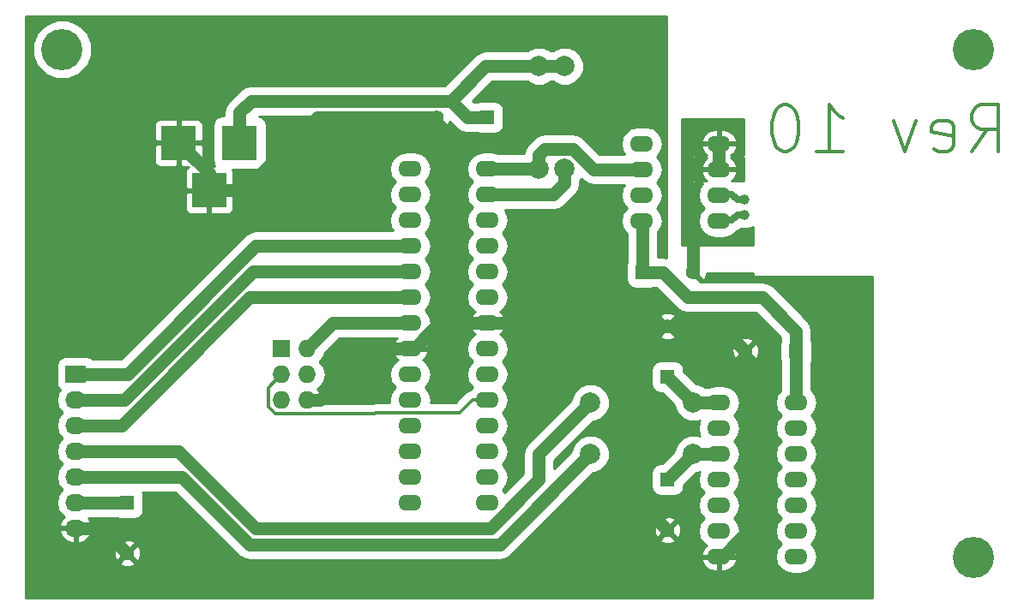
<source format=gbr>
G04 #@! TF.FileFunction,Copper,L2,Bot,Signal*
%FSLAX46Y46*%
G04 Gerber Fmt 4.6, Leading zero omitted, Abs format (unit mm)*
G04 Created by KiCad (PCBNEW (2015-12-07 BZR 6352)-product) date Sat 06 Feb 2016 04:09:47 PM EST*
%MOMM*%
G01*
G04 APERTURE LIST*
%ADD10C,0.100000*%
%ADD11C,0.300000*%
%ADD12R,3.500120X3.500120*%
%ADD13O,2.300000X1.600000*%
%ADD14R,1.400000X1.400000*%
%ADD15C,1.400000*%
%ADD16R,1.727200X1.727200*%
%ADD17O,1.727200X1.727200*%
%ADD18C,1.998980*%
%ADD19C,1.000760*%
%ADD20C,4.064000*%
%ADD21R,2.032000X1.727200*%
%ADD22O,2.032000X1.727200*%
%ADD23C,1.270000*%
%ADD24C,0.330200*%
%ADD25C,0.635000*%
%ADD26C,0.254000*%
G04 APERTURE END LIST*
D10*
D11*
X94793223Y45099575D02*
X96326536Y47290022D01*
X97421760Y45099575D02*
X97421760Y49699515D01*
X95669402Y49699515D01*
X95231313Y49480470D01*
X95012268Y49261425D01*
X94793223Y48823336D01*
X94793223Y48166201D01*
X95012268Y47728112D01*
X95231313Y47509067D01*
X95669402Y47290022D01*
X97421760Y47290022D01*
X91069462Y45318620D02*
X91507552Y45099575D01*
X92383731Y45099575D01*
X92821820Y45318620D01*
X93040865Y45756709D01*
X93040865Y47509067D01*
X92821820Y47947157D01*
X92383731Y48166201D01*
X91507552Y48166201D01*
X91069462Y47947157D01*
X90850417Y47509067D01*
X90850417Y47070978D01*
X93040865Y46632888D01*
X89317104Y48166201D02*
X88221880Y45099575D01*
X87126656Y48166201D01*
X79460090Y45099575D02*
X82088627Y45099575D01*
X80774358Y45099575D02*
X80774358Y49699515D01*
X81212448Y49042380D01*
X81650537Y48604291D01*
X82088627Y48385246D01*
X76612508Y49699515D02*
X76174419Y49699515D01*
X75736329Y49480470D01*
X75517284Y49261425D01*
X75298240Y48823336D01*
X75079195Y47947157D01*
X75079195Y46851933D01*
X75298240Y45975754D01*
X75517284Y45537664D01*
X75736329Y45318620D01*
X76174419Y45099575D01*
X76612508Y45099575D01*
X77050598Y45318620D01*
X77269642Y45537664D01*
X77488687Y45975754D01*
X77707732Y46851933D01*
X77707732Y47947157D01*
X77488687Y48823336D01*
X77269642Y49261425D01*
X77050598Y49480470D01*
X76612508Y49699515D01*
D12*
X22509480Y45950500D03*
X16510000Y45950500D03*
X19509740Y41251500D03*
D13*
X69850000Y20270500D03*
X69850000Y17730500D03*
X69850000Y15190500D03*
X69850000Y12650500D03*
X69850000Y10110500D03*
X69850000Y7570500D03*
X69850000Y5030500D03*
X77470000Y5030500D03*
X77470000Y7570500D03*
X77470000Y10110500D03*
X77470000Y12650500D03*
X77470000Y15190500D03*
X77470000Y17730500D03*
X77470000Y20270500D03*
D14*
X64770000Y12650500D03*
D15*
X64770000Y7650500D03*
D14*
X64770000Y22810500D03*
D15*
X64770000Y27810500D03*
D14*
X62310000Y33170500D03*
D15*
X67310000Y33170500D03*
D14*
X46990000Y48450500D03*
D15*
X41990000Y48450500D03*
D14*
X11430000Y10350500D03*
D15*
X11430000Y5350500D03*
D14*
X77470000Y25350500D03*
D15*
X72470000Y25350500D03*
D13*
X39370000Y43370500D03*
X39370000Y40830500D03*
X39370000Y38290500D03*
X39370000Y35750500D03*
X39370000Y33210500D03*
X39370000Y30670500D03*
X39370000Y28130500D03*
X39370000Y25590500D03*
X39370000Y23050500D03*
X39370000Y20510500D03*
X39370000Y17970500D03*
X39370000Y15430500D03*
X39370000Y12890500D03*
X39370000Y10350500D03*
X46990000Y10350500D03*
X46990000Y12890500D03*
X46990000Y15430500D03*
X46990000Y17970500D03*
X46990000Y20510500D03*
X46990000Y23050500D03*
X46990000Y25590500D03*
X46990000Y28130500D03*
X46990000Y30670500D03*
X46990000Y33210500D03*
X46990000Y35750500D03*
X46990000Y38290500D03*
X46990000Y40830500D03*
X46990000Y43370500D03*
D16*
X26670000Y25590500D03*
D17*
X29210000Y25590500D03*
X26670000Y23050500D03*
X29210000Y23050500D03*
X26670000Y20510500D03*
X29210000Y20510500D03*
D18*
X67310000Y15190500D03*
X57150000Y15190500D03*
X67310000Y20270500D03*
X57150000Y20270500D03*
D13*
X69850000Y38250500D03*
X69850000Y40790500D03*
X69850000Y43330500D03*
X69850000Y45870500D03*
X62230000Y45870500D03*
X62230000Y43330500D03*
X62230000Y40790500D03*
X62230000Y38250500D03*
D19*
X72390000Y40309800D03*
X72390000Y38811200D03*
D20*
X94990000Y55170500D03*
X4990000Y55170500D03*
X94990000Y4990500D03*
D18*
X52070000Y43370500D03*
X52070000Y53530500D03*
X54610000Y43370500D03*
X54610000Y53530500D03*
D21*
X6350000Y23090500D03*
D22*
X6350000Y20550500D03*
X6350000Y18010500D03*
X6350000Y15470500D03*
X6350000Y12930500D03*
X6350000Y10390500D03*
X6350000Y7850500D03*
D23*
X69850000Y43330500D02*
X69850000Y45870500D01*
X67310000Y33170500D02*
X67310000Y35750500D01*
X29210000Y20510500D02*
X30431314Y20510500D01*
X35511314Y25590500D02*
X39370000Y25590500D01*
X30431314Y20510500D02*
X35511314Y25590500D01*
X62230000Y10190500D02*
X62230000Y28130500D01*
X64770000Y27810500D02*
X62550000Y27810500D01*
X62550000Y27810500D02*
X62230000Y28130500D01*
X64770000Y27810500D02*
X70010000Y27810500D01*
X70010000Y27810500D02*
X72470000Y25350500D01*
X46990000Y28130500D02*
X62230000Y28130500D01*
X64770000Y7650500D02*
X62230000Y10190500D01*
X6350000Y7850500D02*
X8930000Y7850500D01*
X8930000Y7850500D02*
X11430000Y5350500D01*
X72470000Y25350500D02*
X72470000Y7300500D01*
X72470000Y7300500D02*
X70200000Y5030500D01*
X70200000Y5030500D02*
X69850000Y5030500D01*
X41990000Y27860500D02*
X42260000Y28130500D01*
X42260000Y28130500D02*
X46990000Y28130500D01*
X41990000Y48450500D02*
X41990000Y27860500D01*
X41990000Y27860500D02*
X39720000Y25590500D01*
X39720000Y25590500D02*
X39370000Y25590500D01*
X30201242Y48450500D02*
X23002242Y41251500D01*
X41990000Y48450500D02*
X30201242Y48450500D01*
X23002242Y41251500D02*
X19509740Y41251500D01*
X19509740Y41251500D02*
X19509740Y42950760D01*
X19509740Y42950760D02*
X16510000Y45950500D01*
X23817118Y33210500D02*
X11157118Y20550500D01*
X39370000Y33210500D02*
X23817118Y33210500D01*
X11157118Y20550500D02*
X6350000Y20550500D01*
X10844236Y18010500D02*
X6350000Y18010500D01*
X23504236Y30670500D02*
X10844236Y18010500D01*
X39370000Y30670500D02*
X23504236Y30670500D01*
X24130000Y35750500D02*
X11470000Y23090500D01*
X11470000Y23090500D02*
X6350000Y23090500D01*
X39370000Y35750500D02*
X24130000Y35750500D01*
X29210000Y25590500D02*
X31750000Y28130500D01*
X31750000Y28130500D02*
X39370000Y28130500D01*
X74120000Y30670500D02*
X66780000Y30670500D01*
X66780000Y30670500D02*
X64280000Y33170500D01*
X64280000Y33170500D02*
X62310000Y33170500D01*
X77470000Y25350500D02*
X77470000Y27320500D01*
X77470000Y27320500D02*
X74120000Y30670500D01*
X6350000Y10390500D02*
X11390000Y10390500D01*
X11390000Y10390500D02*
X11430000Y10350500D01*
X77470000Y25350500D02*
X77470000Y20270500D01*
X52070000Y53530500D02*
X46820398Y53530500D01*
X46820398Y53530500D02*
X43380199Y50090301D01*
X62310000Y33170500D02*
X62310000Y38170500D01*
X62310000Y38170500D02*
X62230000Y38250500D01*
X62230000Y38250500D02*
X62580000Y38250500D01*
X52070000Y53530500D02*
X54610000Y53530500D01*
X22509480Y45950500D02*
X22509480Y48970560D01*
X22509480Y48970560D02*
X23629221Y50090301D01*
X23629221Y50090301D02*
X43380199Y50090301D01*
X43380199Y50090301D02*
X45020000Y48450500D01*
X45020000Y48450500D02*
X46990000Y48450500D01*
X67310000Y15190500D02*
X64770000Y12650500D01*
X67310000Y15190500D02*
X69850000Y15190500D01*
X67310000Y20270500D02*
X64770000Y22810500D01*
X67310000Y20270500D02*
X69850000Y20270500D01*
X77470000Y10110500D02*
X77199538Y10110500D01*
D24*
X26670000Y23050500D02*
X25336499Y21716999D01*
X25336499Y21716999D02*
X25336499Y19870419D01*
X25336499Y19870419D02*
X26029919Y19176999D01*
X26029919Y19176999D02*
X35890576Y19176999D01*
X35890576Y19176999D02*
X35954167Y19240590D01*
X35954167Y19240590D02*
X44239890Y19240590D01*
X45509800Y20510500D02*
X46990000Y20510500D01*
X44239890Y19240590D02*
X45509800Y20510500D01*
D23*
X54610000Y43370500D02*
X54610000Y41957008D01*
X54610000Y41957008D02*
X53483492Y40830500D01*
X53483492Y40830500D02*
X46990000Y40830500D01*
X52070000Y43370500D02*
X46990000Y43370500D01*
X62230000Y43330500D02*
X57440152Y43330500D01*
X57440152Y43330500D02*
X55460861Y45309791D01*
X52070000Y44783992D02*
X52070000Y43370500D01*
X55460861Y45309791D02*
X52595799Y45309791D01*
X52595799Y45309791D02*
X52070000Y44783992D01*
X16782881Y12930500D02*
X6350000Y12930500D01*
X23477692Y6235689D02*
X16782881Y12930500D01*
X48195189Y6235689D02*
X23477692Y6235689D01*
X57150000Y15190500D02*
X48195189Y6235689D01*
X57150000Y20270500D02*
X52070000Y15190500D01*
X52070000Y12620038D02*
X52070000Y15190500D01*
X47260462Y7810500D02*
X52070000Y12620038D01*
X16470000Y15470500D02*
X6350000Y15470500D01*
X47260462Y7810500D02*
X24130000Y7810500D01*
X24130000Y7810500D02*
X16470000Y15470500D01*
D25*
X71120000Y38290500D02*
X69890000Y38290500D01*
X69890000Y38290500D02*
X69850000Y38250500D01*
X71640700Y38811200D02*
X71120000Y38290500D01*
X72390000Y38811200D02*
X71640700Y38811200D01*
X71120000Y40830500D02*
X69890000Y40830500D01*
X69890000Y40830500D02*
X69850000Y40790500D01*
X71640700Y40309800D02*
X71120000Y40830500D01*
X72390000Y40309800D02*
X71640700Y40309800D01*
D26*
G36*
X72263000Y44727500D02*
X71033307Y44727500D01*
X71304500Y44945604D01*
X71574367Y45438681D01*
X71591904Y45521461D01*
X71469915Y45743500D01*
X69977000Y45743500D01*
X69977000Y45723500D01*
X69723000Y45723500D01*
X69723000Y45743500D01*
X68230085Y45743500D01*
X68108096Y45521461D01*
X68125633Y45438681D01*
X68395500Y44945604D01*
X68666693Y44727500D01*
X67310000Y44727500D01*
X67260590Y44717494D01*
X67218965Y44689053D01*
X67191685Y44646659D01*
X67183000Y44600500D01*
X67183000Y42060500D01*
X67193006Y42011090D01*
X67221447Y41969465D01*
X67263841Y41942185D01*
X67310000Y41933500D01*
X68231471Y41933500D01*
X67899621Y41436852D01*
X67771054Y40790500D01*
X67899621Y40144148D01*
X68265751Y39596197D01*
X68379039Y39520500D01*
X68265751Y39444803D01*
X67899621Y38896852D01*
X67771054Y38250500D01*
X67899621Y37604148D01*
X68265751Y37056197D01*
X68813702Y36690067D01*
X69460054Y36561500D01*
X70239946Y36561500D01*
X70886298Y36690067D01*
X71434249Y37056197D01*
X71503842Y37160351D01*
X71581708Y37175839D01*
X71973124Y37437376D01*
X72003173Y37467425D01*
X72112423Y37422061D01*
X72665152Y37421579D01*
X73164016Y37627705D01*
X73164016Y35837500D01*
X66167000Y35837500D01*
X66167000Y46219539D01*
X68108096Y46219539D01*
X68230085Y45997500D01*
X69723000Y45997500D01*
X69723000Y47305500D01*
X69977000Y47305500D01*
X69977000Y45997500D01*
X71469915Y45997500D01*
X71591904Y46219539D01*
X71574367Y46302319D01*
X71304500Y46795396D01*
X70866483Y47147666D01*
X70327000Y47305500D01*
X69977000Y47305500D01*
X69723000Y47305500D01*
X69373000Y47305500D01*
X68833517Y47147666D01*
X68395500Y46795396D01*
X68125633Y46302319D01*
X68108096Y46219539D01*
X66167000Y46219539D01*
X66167000Y48323500D01*
X72263000Y48323500D01*
X72263000Y44727500D01*
X72263000Y44727500D01*
G37*
X72263000Y44727500D02*
X71033307Y44727500D01*
X71304500Y44945604D01*
X71574367Y45438681D01*
X71591904Y45521461D01*
X71469915Y45743500D01*
X69977000Y45743500D01*
X69977000Y45723500D01*
X69723000Y45723500D01*
X69723000Y45743500D01*
X68230085Y45743500D01*
X68108096Y45521461D01*
X68125633Y45438681D01*
X68395500Y44945604D01*
X68666693Y44727500D01*
X67310000Y44727500D01*
X67260590Y44717494D01*
X67218965Y44689053D01*
X67191685Y44646659D01*
X67183000Y44600500D01*
X67183000Y42060500D01*
X67193006Y42011090D01*
X67221447Y41969465D01*
X67263841Y41942185D01*
X67310000Y41933500D01*
X68231471Y41933500D01*
X67899621Y41436852D01*
X67771054Y40790500D01*
X67899621Y40144148D01*
X68265751Y39596197D01*
X68379039Y39520500D01*
X68265751Y39444803D01*
X67899621Y38896852D01*
X67771054Y38250500D01*
X67899621Y37604148D01*
X68265751Y37056197D01*
X68813702Y36690067D01*
X69460054Y36561500D01*
X70239946Y36561500D01*
X70886298Y36690067D01*
X71434249Y37056197D01*
X71503842Y37160351D01*
X71581708Y37175839D01*
X71973124Y37437376D01*
X72003173Y37467425D01*
X72112423Y37422061D01*
X72665152Y37421579D01*
X73164016Y37627705D01*
X73164016Y35837500D01*
X66167000Y35837500D01*
X66167000Y46219539D01*
X68108096Y46219539D01*
X68230085Y45997500D01*
X69723000Y45997500D01*
X69723000Y47305500D01*
X69977000Y47305500D01*
X69977000Y45997500D01*
X71469915Y45997500D01*
X71591904Y46219539D01*
X71574367Y46302319D01*
X71304500Y46795396D01*
X70866483Y47147666D01*
X70327000Y47305500D01*
X69977000Y47305500D01*
X69723000Y47305500D01*
X69373000Y47305500D01*
X68833517Y47147666D01*
X68395500Y46795396D01*
X68125633Y46302319D01*
X68108096Y46219539D01*
X66167000Y46219539D01*
X66167000Y48323500D01*
X72263000Y48323500D01*
X72263000Y44727500D01*
G36*
X68395500Y44255396D02*
X68125633Y43762319D01*
X68108096Y43679539D01*
X68230085Y43457500D01*
X69723000Y43457500D01*
X69723000Y43477500D01*
X69977000Y43477500D01*
X69977000Y43457500D01*
X71469915Y43457500D01*
X71591904Y43679539D01*
X71574367Y43762319D01*
X71304500Y44255396D01*
X71033307Y44473500D01*
X72263000Y44473500D01*
X72263000Y42187500D01*
X71130892Y42187500D01*
X71077591Y42223115D01*
X71304500Y42405604D01*
X71574367Y42898681D01*
X71591904Y42981461D01*
X71469915Y43203500D01*
X69977000Y43203500D01*
X69977000Y43183500D01*
X69723000Y43183500D01*
X69723000Y43203500D01*
X68230085Y43203500D01*
X68108096Y42981461D01*
X68125633Y42898681D01*
X68395500Y42405604D01*
X68622409Y42223115D01*
X68569108Y42187500D01*
X67437000Y42187500D01*
X67437000Y44473500D01*
X68666693Y44473500D01*
X68395500Y44255396D01*
X68395500Y44255396D01*
G37*
X68395500Y44255396D02*
X68125633Y43762319D01*
X68108096Y43679539D01*
X68230085Y43457500D01*
X69723000Y43457500D01*
X69723000Y43477500D01*
X69977000Y43477500D01*
X69977000Y43457500D01*
X71469915Y43457500D01*
X71591904Y43679539D01*
X71574367Y43762319D01*
X71304500Y44255396D01*
X71033307Y44473500D01*
X72263000Y44473500D01*
X72263000Y42187500D01*
X71130892Y42187500D01*
X71077591Y42223115D01*
X71304500Y42405604D01*
X71574367Y42898681D01*
X71591904Y42981461D01*
X71469915Y43203500D01*
X69977000Y43203500D01*
X69977000Y43183500D01*
X69723000Y43183500D01*
X69723000Y43203500D01*
X68230085Y43203500D01*
X68108096Y42981461D01*
X68125633Y42898681D01*
X68395500Y42405604D01*
X68622409Y42223115D01*
X68569108Y42187500D01*
X67437000Y42187500D01*
X67437000Y44473500D01*
X68666693Y44473500D01*
X68395500Y44255396D01*
G36*
X64643000Y34622295D02*
X64280000Y34694500D01*
X63834000Y34694500D01*
X63834000Y37085756D01*
X64180379Y37604148D01*
X64308946Y38250500D01*
X64180379Y38896852D01*
X63814249Y39444803D01*
X63700961Y39520500D01*
X63814249Y39596197D01*
X64180379Y40144148D01*
X64308946Y40790500D01*
X64180379Y41436852D01*
X63814249Y41984803D01*
X63700961Y42060500D01*
X63814249Y42136197D01*
X64180379Y42684148D01*
X64308946Y43330500D01*
X64180379Y43976852D01*
X63814249Y44524803D01*
X63700961Y44600500D01*
X63814249Y44676197D01*
X64180379Y45224148D01*
X64308946Y45870500D01*
X64180379Y46516852D01*
X63814249Y47064803D01*
X63266298Y47430933D01*
X62619946Y47559500D01*
X61840054Y47559500D01*
X61193702Y47430933D01*
X60645751Y47064803D01*
X60279621Y46516852D01*
X60151054Y45870500D01*
X60279621Y45224148D01*
X60526612Y44854500D01*
X58071414Y44854500D01*
X56538492Y46387422D01*
X56344786Y46516852D01*
X56044071Y46717783D01*
X55460861Y46833791D01*
X52595799Y46833791D01*
X52012589Y46717783D01*
X51711874Y46516852D01*
X51518168Y46387422D01*
X50992369Y45861623D01*
X50662008Y45367202D01*
X50567981Y44894500D01*
X48080824Y44894500D01*
X48026298Y44930933D01*
X47379946Y45059500D01*
X46600054Y45059500D01*
X45953702Y44930933D01*
X45405751Y44564803D01*
X45039621Y44016852D01*
X44911054Y43370500D01*
X45039621Y42724148D01*
X45405751Y42176197D01*
X45519039Y42100500D01*
X45405751Y42024803D01*
X45039621Y41476852D01*
X44911054Y40830500D01*
X45039621Y40184148D01*
X45405751Y39636197D01*
X45519039Y39560500D01*
X45405751Y39484803D01*
X45039621Y38936852D01*
X44911054Y38290500D01*
X45039621Y37644148D01*
X45405751Y37096197D01*
X45519039Y37020500D01*
X45405751Y36944803D01*
X45039621Y36396852D01*
X44911054Y35750500D01*
X45039621Y35104148D01*
X45405751Y34556197D01*
X45519039Y34480500D01*
X45405751Y34404803D01*
X45039621Y33856852D01*
X44911054Y33210500D01*
X45039621Y32564148D01*
X45405751Y32016197D01*
X45519039Y31940500D01*
X45405751Y31864803D01*
X45039621Y31316852D01*
X44911054Y30670500D01*
X45039621Y30024148D01*
X45405751Y29476197D01*
X45762409Y29237885D01*
X45535500Y29055396D01*
X45265633Y28562319D01*
X45248096Y28479539D01*
X45370085Y28257500D01*
X46863000Y28257500D01*
X46863000Y28277500D01*
X47117000Y28277500D01*
X47117000Y28257500D01*
X48609915Y28257500D01*
X48731904Y28479539D01*
X48714367Y28562319D01*
X48613960Y28745775D01*
X64014331Y28745775D01*
X64770000Y27990105D01*
X65525669Y28745775D01*
X65463831Y28981542D01*
X64962878Y29157919D01*
X64432560Y29129164D01*
X64076169Y28981542D01*
X64014331Y28745775D01*
X48613960Y28745775D01*
X48444500Y29055396D01*
X48217591Y29237885D01*
X48574249Y29476197D01*
X48940379Y30024148D01*
X49068946Y30670500D01*
X48940379Y31316852D01*
X48574249Y31864803D01*
X48460961Y31940500D01*
X48574249Y32016197D01*
X48940379Y32564148D01*
X49068946Y33210500D01*
X48940379Y33856852D01*
X48574249Y34404803D01*
X48460961Y34480500D01*
X48574249Y34556197D01*
X48940379Y35104148D01*
X49068946Y35750500D01*
X48940379Y36396852D01*
X48574249Y36944803D01*
X48460961Y37020500D01*
X48574249Y37096197D01*
X48940379Y37644148D01*
X49068946Y38290500D01*
X48940379Y38936852D01*
X48693388Y39306500D01*
X53483492Y39306500D01*
X54066702Y39422508D01*
X54561123Y39752869D01*
X55687631Y40879377D01*
X56017993Y41373799D01*
X56134000Y41957008D01*
X56134000Y42223441D01*
X56210051Y42299359D01*
X56241146Y42374244D01*
X56362521Y42252869D01*
X56856942Y41922508D01*
X57440152Y41806500D01*
X60526612Y41806500D01*
X60279621Y41436852D01*
X60151054Y40790500D01*
X60279621Y40144148D01*
X60645751Y39596197D01*
X60759039Y39520500D01*
X60645751Y39444803D01*
X60279621Y38896852D01*
X60151054Y38250500D01*
X60279621Y37604148D01*
X60645751Y37056197D01*
X60786000Y36962485D01*
X60786000Y34239250D01*
X60774997Y34223147D01*
X60703584Y33870500D01*
X60703584Y32470500D01*
X60765573Y32141056D01*
X60960274Y31838483D01*
X61257353Y31635497D01*
X61610000Y31564084D01*
X63010000Y31564084D01*
X63339444Y31626073D01*
X63371188Y31646500D01*
X63648738Y31646500D01*
X65702369Y29592869D01*
X66196791Y29262507D01*
X66780000Y29146500D01*
X73488738Y29146500D01*
X75946000Y26689239D01*
X75946000Y26419250D01*
X75934997Y26403147D01*
X75863584Y26050500D01*
X75863584Y24650500D01*
X75925573Y24321056D01*
X75946000Y24289312D01*
X75946000Y21505060D01*
X75885751Y21464803D01*
X75519621Y20916852D01*
X75391054Y20270500D01*
X75519621Y19624148D01*
X75885751Y19076197D01*
X75999039Y19000500D01*
X75885751Y18924803D01*
X75519621Y18376852D01*
X75391054Y17730500D01*
X75519621Y17084148D01*
X75885751Y16536197D01*
X75999039Y16460500D01*
X75885751Y16384803D01*
X75519621Y15836852D01*
X75391054Y15190500D01*
X75519621Y14544148D01*
X75885751Y13996197D01*
X75999039Y13920500D01*
X75885751Y13844803D01*
X75519621Y13296852D01*
X75391054Y12650500D01*
X75519621Y12004148D01*
X75885751Y11456197D01*
X75999039Y11380500D01*
X75885751Y11304803D01*
X75519621Y10756852D01*
X75391054Y10110500D01*
X75519621Y9464148D01*
X75885751Y8916197D01*
X75999039Y8840500D01*
X75885751Y8764803D01*
X75519621Y8216852D01*
X75391054Y7570500D01*
X75519621Y6924148D01*
X75885751Y6376197D01*
X75999039Y6300500D01*
X75885751Y6224803D01*
X75519621Y5676852D01*
X75391054Y5030500D01*
X75519621Y4384148D01*
X75885751Y3836197D01*
X76433702Y3470067D01*
X77080054Y3341500D01*
X77859946Y3341500D01*
X78506298Y3470067D01*
X79054249Y3836197D01*
X79420379Y4384148D01*
X79548946Y5030500D01*
X79420379Y5676852D01*
X79054249Y6224803D01*
X78940961Y6300500D01*
X79054249Y6376197D01*
X79420379Y6924148D01*
X79548946Y7570500D01*
X79420379Y8216852D01*
X79054249Y8764803D01*
X78940961Y8840500D01*
X79054249Y8916197D01*
X79420379Y9464148D01*
X79548946Y10110500D01*
X79420379Y10756852D01*
X79054249Y11304803D01*
X78940961Y11380500D01*
X79054249Y11456197D01*
X79420379Y12004148D01*
X79548946Y12650500D01*
X79420379Y13296852D01*
X79054249Y13844803D01*
X78940961Y13920500D01*
X79054249Y13996197D01*
X79420379Y14544148D01*
X79548946Y15190500D01*
X79420379Y15836852D01*
X79054249Y16384803D01*
X78940961Y16460500D01*
X79054249Y16536197D01*
X79420379Y17084148D01*
X79548946Y17730500D01*
X79420379Y18376852D01*
X79054249Y18924803D01*
X78940961Y19000500D01*
X79054249Y19076197D01*
X79420379Y19624148D01*
X79548946Y20270500D01*
X79420379Y20916852D01*
X79054249Y21464803D01*
X78994000Y21505060D01*
X78994000Y24281750D01*
X79005003Y24297853D01*
X79076416Y24650500D01*
X79076416Y26050500D01*
X79014427Y26379944D01*
X78994000Y26411688D01*
X78994000Y27320500D01*
X78877992Y27903710D01*
X78547631Y28398131D01*
X78547628Y28398133D01*
X75197631Y31748131D01*
X75042425Y31851836D01*
X74703210Y32078492D01*
X74120000Y32194500D01*
X68054987Y32194500D01*
X68065669Y32235225D01*
X67310000Y32990895D01*
X67295858Y32976752D01*
X67189110Y33083500D01*
X67576605Y33083500D01*
X68245275Y32414831D01*
X68481042Y32476669D01*
X68657419Y32977622D01*
X68651678Y33083500D01*
X73164016Y33083500D01*
X73164016Y32761542D01*
X84963000Y32761542D01*
X84963000Y934500D01*
X1397000Y934500D01*
X1397000Y4415225D01*
X10674331Y4415225D01*
X10736169Y4179458D01*
X11237122Y4003081D01*
X11767440Y4031836D01*
X12123831Y4179458D01*
X12185669Y4415225D01*
X11430000Y5170895D01*
X10674331Y4415225D01*
X1397000Y4415225D01*
X1397000Y5543378D01*
X10082581Y5543378D01*
X10111336Y5013060D01*
X10258958Y4656669D01*
X10494725Y4594831D01*
X11250395Y5350500D01*
X11609605Y5350500D01*
X12365275Y4594831D01*
X12601042Y4656669D01*
X12609770Y4681461D01*
X68108096Y4681461D01*
X68125633Y4598681D01*
X68395500Y4105604D01*
X68833517Y3753334D01*
X69373000Y3595500D01*
X69723000Y3595500D01*
X69723000Y4903500D01*
X69977000Y4903500D01*
X69977000Y3595500D01*
X70327000Y3595500D01*
X70866483Y3753334D01*
X71304500Y4105604D01*
X71574367Y4598681D01*
X71591904Y4681461D01*
X71469915Y4903500D01*
X69977000Y4903500D01*
X69723000Y4903500D01*
X68230085Y4903500D01*
X68108096Y4681461D01*
X12609770Y4681461D01*
X12777419Y5157622D01*
X12748664Y5687940D01*
X12601042Y6044331D01*
X12365275Y6106169D01*
X11609605Y5350500D01*
X11250395Y5350500D01*
X10494725Y6106169D01*
X10258958Y6044331D01*
X10082581Y5543378D01*
X1397000Y5543378D01*
X1397000Y6285775D01*
X10674331Y6285775D01*
X11430000Y5530105D01*
X12185669Y6285775D01*
X12123831Y6521542D01*
X11622878Y6697919D01*
X11092560Y6669164D01*
X10736169Y6521542D01*
X10674331Y6285775D01*
X1397000Y6285775D01*
X1397000Y7491474D01*
X4742642Y7491474D01*
X4745291Y7475709D01*
X4999268Y6948464D01*
X5435680Y6558546D01*
X5988087Y6365316D01*
X6223000Y6509576D01*
X6223000Y7723500D01*
X6477000Y7723500D01*
X6477000Y6509576D01*
X6711913Y6365316D01*
X7264320Y6558546D01*
X7700732Y6948464D01*
X7954709Y7475709D01*
X7957358Y7491474D01*
X7836217Y7723500D01*
X6477000Y7723500D01*
X6223000Y7723500D01*
X4863783Y7723500D01*
X4742642Y7491474D01*
X1397000Y7491474D01*
X1397000Y20550500D01*
X4407679Y20550500D01*
X4541088Y19879809D01*
X4921004Y19311225D01*
X4966987Y19280500D01*
X4921004Y19249775D01*
X4541088Y18681191D01*
X4407679Y18010500D01*
X4541088Y17339809D01*
X4921004Y16771225D01*
X4966987Y16740500D01*
X4921004Y16709775D01*
X4541088Y16141191D01*
X4407679Y15470500D01*
X4541088Y14799809D01*
X4921004Y14231225D01*
X4966987Y14200500D01*
X4921004Y14169775D01*
X4541088Y13601191D01*
X4407679Y12930500D01*
X4541088Y12259809D01*
X4921004Y11691225D01*
X4966987Y11660500D01*
X4921004Y11629775D01*
X4541088Y11061191D01*
X4407679Y10390500D01*
X4541088Y9719809D01*
X4921004Y9151225D01*
X5221082Y8950719D01*
X4999268Y8752536D01*
X4745291Y8225291D01*
X4742642Y8209526D01*
X4863783Y7977500D01*
X6223000Y7977500D01*
X6223000Y7997500D01*
X6477000Y7997500D01*
X6477000Y7977500D01*
X7836217Y7977500D01*
X7957358Y8209526D01*
X7954709Y8225291D01*
X7700732Y8752536D01*
X7573179Y8866500D01*
X10302708Y8866500D01*
X10377353Y8815497D01*
X10730000Y8744084D01*
X12130000Y8744084D01*
X12459444Y8806073D01*
X12762017Y9000774D01*
X12965003Y9297853D01*
X13036416Y9650500D01*
X13036416Y11050500D01*
X12974427Y11379944D01*
X12957339Y11406500D01*
X16151619Y11406500D01*
X22400059Y5158061D01*
X22400061Y5158058D01*
X22730423Y4937318D01*
X22894483Y4827696D01*
X23477692Y4711688D01*
X23477697Y4711689D01*
X48195189Y4711689D01*
X48778399Y4827697D01*
X49272820Y5158058D01*
X50829987Y6715225D01*
X64014331Y6715225D01*
X64076169Y6479458D01*
X64577122Y6303081D01*
X65107440Y6331836D01*
X65463831Y6479458D01*
X65525669Y6715225D01*
X64770000Y7470895D01*
X64014331Y6715225D01*
X50829987Y6715225D01*
X51958140Y7843378D01*
X63422581Y7843378D01*
X63451336Y7313060D01*
X63598958Y6956669D01*
X63834725Y6894831D01*
X64590395Y7650500D01*
X64949605Y7650500D01*
X65705275Y6894831D01*
X65941042Y6956669D01*
X66117419Y7457622D01*
X66088664Y7987940D01*
X65941042Y8344331D01*
X65705275Y8406169D01*
X64949605Y7650500D01*
X64590395Y7650500D01*
X63834725Y8406169D01*
X63598958Y8344331D01*
X63422581Y7843378D01*
X51958140Y7843378D01*
X52700537Y8585775D01*
X64014331Y8585775D01*
X64770000Y7830105D01*
X65525669Y8585775D01*
X65463831Y8821542D01*
X64962878Y8997919D01*
X64432560Y8969164D01*
X64076169Y8821542D01*
X64014331Y8585775D01*
X52700537Y8585775D01*
X57416539Y13301777D01*
X57523996Y13301683D01*
X58218346Y13588582D01*
X58750051Y14119359D01*
X59038162Y14813208D01*
X59038817Y15564496D01*
X58751918Y16258846D01*
X58221141Y16790551D01*
X57527292Y17078662D01*
X56776004Y17079317D01*
X56081654Y16792418D01*
X55549949Y16261641D01*
X55261838Y15567792D01*
X55261742Y15457504D01*
X53594000Y13789762D01*
X53594000Y14559238D01*
X57416539Y18381777D01*
X57523996Y18381683D01*
X58218346Y18668582D01*
X58750051Y19199359D01*
X59038162Y19893208D01*
X59038817Y20644496D01*
X58751918Y21338846D01*
X58221141Y21870551D01*
X57527292Y22158662D01*
X56776004Y22159317D01*
X56081654Y21872418D01*
X55549949Y21341641D01*
X55261838Y20647792D01*
X55261742Y20537504D01*
X50992369Y16268131D01*
X50662008Y15773710D01*
X50546000Y15190500D01*
X50546000Y13251300D01*
X48680495Y11385795D01*
X48574249Y11544803D01*
X48460961Y11620500D01*
X48574249Y11696197D01*
X48940379Y12244148D01*
X49068946Y12890500D01*
X48940379Y13536852D01*
X48574249Y14084803D01*
X48460961Y14160500D01*
X48574249Y14236197D01*
X48940379Y14784148D01*
X49068946Y15430500D01*
X48940379Y16076852D01*
X48574249Y16624803D01*
X48460961Y16700500D01*
X48574249Y16776197D01*
X48940379Y17324148D01*
X49068946Y17970500D01*
X48940379Y18616852D01*
X48574249Y19164803D01*
X48460961Y19240500D01*
X48574249Y19316197D01*
X48940379Y19864148D01*
X49068946Y20510500D01*
X48940379Y21156852D01*
X48574249Y21704803D01*
X48460961Y21780500D01*
X48574249Y21856197D01*
X48940379Y22404148D01*
X49068946Y23050500D01*
X48977447Y23510500D01*
X63163584Y23510500D01*
X63163584Y22110500D01*
X63225573Y21781056D01*
X63420274Y21478483D01*
X63717353Y21275497D01*
X64070000Y21204084D01*
X64221154Y21204084D01*
X65421277Y20003962D01*
X65421183Y19896504D01*
X65708082Y19202154D01*
X66238859Y18670449D01*
X66932708Y18382338D01*
X67683996Y18381683D01*
X67986315Y18506598D01*
X67899621Y18376852D01*
X67771054Y17730500D01*
X67899621Y17084148D01*
X67986227Y16954534D01*
X67687292Y17078662D01*
X66936004Y17079317D01*
X66241654Y16792418D01*
X65709949Y16261641D01*
X65421838Y15567792D01*
X65421742Y15457503D01*
X64221154Y14256916D01*
X64070000Y14256916D01*
X63740556Y14194927D01*
X63437983Y14000226D01*
X63234997Y13703147D01*
X63163584Y13350500D01*
X63163584Y11950500D01*
X63225573Y11621056D01*
X63420274Y11318483D01*
X63717353Y11115497D01*
X64070000Y11044084D01*
X65470000Y11044084D01*
X65799444Y11106073D01*
X66102017Y11300774D01*
X66305003Y11597853D01*
X66376416Y11950500D01*
X66376416Y12101654D01*
X67576538Y13301777D01*
X67683996Y13301683D01*
X67986315Y13426598D01*
X67899621Y13296852D01*
X67771054Y12650500D01*
X67899621Y12004148D01*
X68265751Y11456197D01*
X68379039Y11380500D01*
X68265751Y11304803D01*
X67899621Y10756852D01*
X67771054Y10110500D01*
X67899621Y9464148D01*
X68265751Y8916197D01*
X68379039Y8840500D01*
X68265751Y8764803D01*
X67899621Y8216852D01*
X67771054Y7570500D01*
X67899621Y6924148D01*
X68265751Y6376197D01*
X68622409Y6137885D01*
X68395500Y5955396D01*
X68125633Y5462319D01*
X68108096Y5379539D01*
X68230085Y5157500D01*
X69723000Y5157500D01*
X69723000Y5177500D01*
X69977000Y5177500D01*
X69977000Y5157500D01*
X71469915Y5157500D01*
X71591904Y5379539D01*
X71574367Y5462319D01*
X71304500Y5955396D01*
X71077591Y6137885D01*
X71434249Y6376197D01*
X71800379Y6924148D01*
X71928946Y7570500D01*
X71800379Y8216852D01*
X71434249Y8764803D01*
X71320961Y8840500D01*
X71434249Y8916197D01*
X71800379Y9464148D01*
X71928946Y10110500D01*
X71800379Y10756852D01*
X71434249Y11304803D01*
X71320961Y11380500D01*
X71434249Y11456197D01*
X71800379Y12004148D01*
X71928946Y12650500D01*
X71800379Y13296852D01*
X71434249Y13844803D01*
X71320961Y13920500D01*
X71434249Y13996197D01*
X71800379Y14544148D01*
X71928946Y15190500D01*
X71800379Y15836852D01*
X71434249Y16384803D01*
X71320961Y16460500D01*
X71434249Y16536197D01*
X71800379Y17084148D01*
X71928946Y17730500D01*
X71800379Y18376852D01*
X71434249Y18924803D01*
X71320961Y19000500D01*
X71434249Y19076197D01*
X71800379Y19624148D01*
X71928946Y20270500D01*
X71800379Y20916852D01*
X71434249Y21464803D01*
X70886298Y21830933D01*
X70239946Y21959500D01*
X69460054Y21959500D01*
X68813702Y21830933D01*
X68759176Y21794500D01*
X68457059Y21794500D01*
X68381141Y21870551D01*
X67687292Y22158662D01*
X67577003Y22158758D01*
X66376416Y23359346D01*
X66376416Y23510500D01*
X66314427Y23839944D01*
X66119726Y24142517D01*
X65822647Y24345503D01*
X65478351Y24415225D01*
X71714331Y24415225D01*
X71776169Y24179458D01*
X72277122Y24003081D01*
X72807440Y24031836D01*
X73163831Y24179458D01*
X73225669Y24415225D01*
X72470000Y25170895D01*
X71714331Y24415225D01*
X65478351Y24415225D01*
X65470000Y24416916D01*
X64070000Y24416916D01*
X63740556Y24354927D01*
X63437983Y24160226D01*
X63234997Y23863147D01*
X63163584Y23510500D01*
X48977447Y23510500D01*
X48940379Y23696852D01*
X48574249Y24244803D01*
X48460961Y24320500D01*
X48574249Y24396197D01*
X48940379Y24944148D01*
X49059572Y25543378D01*
X71122581Y25543378D01*
X71151336Y25013060D01*
X71298958Y24656669D01*
X71534725Y24594831D01*
X72290395Y25350500D01*
X72649605Y25350500D01*
X73405275Y24594831D01*
X73641042Y24656669D01*
X73817419Y25157622D01*
X73788664Y25687940D01*
X73641042Y26044331D01*
X73405275Y26106169D01*
X72649605Y25350500D01*
X72290395Y25350500D01*
X71534725Y26106169D01*
X71298958Y26044331D01*
X71122581Y25543378D01*
X49059572Y25543378D01*
X49068946Y25590500D01*
X48940379Y26236852D01*
X48907690Y26285775D01*
X71714331Y26285775D01*
X72470000Y25530105D01*
X73225669Y26285775D01*
X73163831Y26521542D01*
X72662878Y26697919D01*
X72132560Y26669164D01*
X71776169Y26521542D01*
X71714331Y26285775D01*
X48907690Y26285775D01*
X48574249Y26784803D01*
X48438924Y26875225D01*
X64014331Y26875225D01*
X64076169Y26639458D01*
X64577122Y26463081D01*
X65107440Y26491836D01*
X65463831Y26639458D01*
X65525669Y26875225D01*
X64770000Y27630895D01*
X64014331Y26875225D01*
X48438924Y26875225D01*
X48217591Y27023115D01*
X48444500Y27205604D01*
X48714367Y27698681D01*
X48731904Y27781461D01*
X48609983Y28003378D01*
X63422581Y28003378D01*
X63451336Y27473060D01*
X63598958Y27116669D01*
X63834725Y27054831D01*
X64590395Y27810500D01*
X64949605Y27810500D01*
X65705275Y27054831D01*
X65941042Y27116669D01*
X66117419Y27617622D01*
X66088664Y28147940D01*
X65941042Y28504331D01*
X65705275Y28566169D01*
X64949605Y27810500D01*
X64590395Y27810500D01*
X63834725Y28566169D01*
X63598958Y28504331D01*
X63422581Y28003378D01*
X48609983Y28003378D01*
X48609915Y28003500D01*
X47117000Y28003500D01*
X47117000Y27983500D01*
X46863000Y27983500D01*
X46863000Y28003500D01*
X45370085Y28003500D01*
X45248096Y27781461D01*
X45265633Y27698681D01*
X45535500Y27205604D01*
X45762409Y27023115D01*
X45405751Y26784803D01*
X45039621Y26236852D01*
X44911054Y25590500D01*
X45039621Y24944148D01*
X45405751Y24396197D01*
X45519039Y24320500D01*
X45405751Y24244803D01*
X45039621Y23696852D01*
X44911054Y23050500D01*
X45039621Y22404148D01*
X45405751Y21856197D01*
X45519039Y21780500D01*
X45405751Y21704803D01*
X45281762Y21519240D01*
X45106413Y21484361D01*
X44922539Y21361500D01*
X44764439Y21255861D01*
X43803268Y20294690D01*
X41406019Y20294690D01*
X41448946Y20510500D01*
X41320379Y21156852D01*
X40954249Y21704803D01*
X40840961Y21780500D01*
X40954249Y21856197D01*
X41320379Y22404148D01*
X41448946Y23050500D01*
X41320379Y23696852D01*
X40954249Y24244803D01*
X40597591Y24483115D01*
X40824500Y24665604D01*
X41094367Y25158681D01*
X41111904Y25241461D01*
X40989915Y25463500D01*
X39497000Y25463500D01*
X39497000Y25443500D01*
X39243000Y25443500D01*
X39243000Y25463500D01*
X37750085Y25463500D01*
X37628096Y25241461D01*
X37645633Y25158681D01*
X37915500Y24665604D01*
X38142409Y24483115D01*
X37785751Y24244803D01*
X37419621Y23696852D01*
X37291054Y23050500D01*
X37419621Y22404148D01*
X37785751Y21856197D01*
X37899039Y21780500D01*
X37785751Y21704803D01*
X37419621Y21156852D01*
X37291054Y20510500D01*
X37333981Y20294690D01*
X35954167Y20294690D01*
X35634475Y20231099D01*
X30623386Y20231099D01*
X30543817Y20383500D01*
X29337000Y20383500D01*
X29337000Y20363500D01*
X29083000Y20363500D01*
X29083000Y20383500D01*
X29063000Y20383500D01*
X29063000Y20637500D01*
X29083000Y20637500D01*
X29083000Y20657500D01*
X29337000Y20657500D01*
X29337000Y20637500D01*
X30543817Y20637500D01*
X30664958Y20869526D01*
X30492688Y21285447D01*
X30191147Y21615808D01*
X30483610Y21811225D01*
X30863526Y22379809D01*
X30996935Y23050500D01*
X30863526Y23721191D01*
X30483610Y24289775D01*
X30437627Y24320500D01*
X30483610Y24351225D01*
X30863526Y24919809D01*
X30905478Y25130716D01*
X32381261Y26606500D01*
X38028780Y26606500D01*
X37915500Y26515396D01*
X37645633Y26022319D01*
X37628096Y25939539D01*
X37750085Y25717500D01*
X39243000Y25717500D01*
X39243000Y25737500D01*
X39497000Y25737500D01*
X39497000Y25717500D01*
X40989915Y25717500D01*
X41111904Y25939539D01*
X41094367Y26022319D01*
X40824500Y26515396D01*
X40597591Y26697885D01*
X40954249Y26936197D01*
X41320379Y27484148D01*
X41448946Y28130500D01*
X41320379Y28776852D01*
X40954249Y29324803D01*
X40840961Y29400500D01*
X40954249Y29476197D01*
X41320379Y30024148D01*
X41448946Y30670500D01*
X41320379Y31316852D01*
X40954249Y31864803D01*
X40840961Y31940500D01*
X40954249Y32016197D01*
X41320379Y32564148D01*
X41448946Y33210500D01*
X41320379Y33856852D01*
X40954249Y34404803D01*
X40840961Y34480500D01*
X40954249Y34556197D01*
X41320379Y35104148D01*
X41448946Y35750500D01*
X41320379Y36396852D01*
X40954249Y36944803D01*
X40840961Y37020500D01*
X40954249Y37096197D01*
X41320379Y37644148D01*
X41448946Y38290500D01*
X41320379Y38936852D01*
X40954249Y39484803D01*
X40840961Y39560500D01*
X40954249Y39636197D01*
X41320379Y40184148D01*
X41448946Y40830500D01*
X41320379Y41476852D01*
X40954249Y42024803D01*
X40840961Y42100500D01*
X40954249Y42176197D01*
X41320379Y42724148D01*
X41448946Y43370500D01*
X41320379Y44016852D01*
X40954249Y44564803D01*
X40406298Y44930933D01*
X39759946Y45059500D01*
X38980054Y45059500D01*
X38333702Y44930933D01*
X37785751Y44564803D01*
X37419621Y44016852D01*
X37291054Y43370500D01*
X37419621Y42724148D01*
X37785751Y42176197D01*
X37899039Y42100500D01*
X37785751Y42024803D01*
X37419621Y41476852D01*
X37291054Y40830500D01*
X37419621Y40184148D01*
X37785751Y39636197D01*
X37899039Y39560500D01*
X37785751Y39484803D01*
X37419621Y38936852D01*
X37291054Y38290500D01*
X37419621Y37644148D01*
X37666612Y37274500D01*
X24130005Y37274500D01*
X24130000Y37274501D01*
X23546791Y37158493D01*
X23052369Y36828131D01*
X10838738Y24614500D01*
X7974186Y24614500D01*
X7718647Y24789103D01*
X7366000Y24860516D01*
X5334000Y24860516D01*
X5004556Y24798527D01*
X4701983Y24603826D01*
X4498997Y24306747D01*
X4427584Y23954100D01*
X4427584Y22226900D01*
X4489573Y21897456D01*
X4684274Y21594883D01*
X4757397Y21544920D01*
X4541088Y21221191D01*
X4407679Y20550500D01*
X1397000Y20550500D01*
X1397000Y40965750D01*
X17124680Y40965750D01*
X17124680Y39375130D01*
X17221353Y39141741D01*
X17399982Y38963113D01*
X17633371Y38866440D01*
X19223990Y38866440D01*
X19382740Y39025190D01*
X19382740Y41124500D01*
X19636740Y41124500D01*
X19636740Y39025190D01*
X19795490Y38866440D01*
X21386109Y38866440D01*
X21619498Y38963113D01*
X21798127Y39141741D01*
X21894800Y39375130D01*
X21894800Y40965750D01*
X21736050Y41124500D01*
X19636740Y41124500D01*
X19382740Y41124500D01*
X17283430Y41124500D01*
X17124680Y40965750D01*
X1397000Y40965750D01*
X1397000Y45664750D01*
X14124940Y45664750D01*
X14124940Y44074130D01*
X14221613Y43840741D01*
X14400242Y43662113D01*
X14633631Y43565440D01*
X16224250Y43565440D01*
X16383000Y43724190D01*
X16383000Y45823500D01*
X16637000Y45823500D01*
X16637000Y43724190D01*
X16795750Y43565440D01*
X17461672Y43565440D01*
X17399982Y43539887D01*
X17221353Y43361259D01*
X17124680Y43127870D01*
X17124680Y41537250D01*
X17283430Y41378500D01*
X19382740Y41378500D01*
X19382740Y43477810D01*
X19636740Y43477810D01*
X19636740Y41378500D01*
X21736050Y41378500D01*
X21894800Y41537250D01*
X21894800Y43127870D01*
X21825977Y43294024D01*
X24259540Y43294024D01*
X24588984Y43356013D01*
X24891557Y43550714D01*
X25094543Y43847793D01*
X25165956Y44200440D01*
X25165956Y47515225D01*
X41234331Y47515225D01*
X41296169Y47279458D01*
X41797122Y47103081D01*
X42327440Y47131836D01*
X42683831Y47279458D01*
X42745669Y47515225D01*
X41990000Y48270895D01*
X41234331Y47515225D01*
X25165956Y47515225D01*
X25165956Y47700560D01*
X25103967Y48030004D01*
X24909266Y48332577D01*
X24612187Y48535563D01*
X24460399Y48566301D01*
X40646760Y48566301D01*
X40671336Y48113060D01*
X40818958Y47756669D01*
X41054725Y47694831D01*
X41810395Y48450500D01*
X41796253Y48464642D01*
X41897911Y48566301D01*
X42082089Y48566301D01*
X42183748Y48464642D01*
X42169605Y48450500D01*
X42925275Y47694831D01*
X43161042Y47756669D01*
X43264558Y48050680D01*
X43942369Y47372869D01*
X44436791Y47042507D01*
X45020000Y46926499D01*
X45020005Y46926500D01*
X45921250Y46926500D01*
X45937353Y46915497D01*
X46290000Y46844084D01*
X47690000Y46844084D01*
X48019444Y46906073D01*
X48322017Y47100774D01*
X48525003Y47397853D01*
X48596416Y47750500D01*
X48596416Y49150500D01*
X48534427Y49479944D01*
X48339726Y49782517D01*
X48042647Y49985503D01*
X47690000Y50056916D01*
X46290000Y50056916D01*
X45960556Y49994927D01*
X45928812Y49974500D01*
X45651262Y49974500D01*
X45535461Y50090301D01*
X47451660Y52006500D01*
X50922941Y52006500D01*
X50998859Y51930449D01*
X51692708Y51642338D01*
X52443996Y51641683D01*
X53138346Y51928582D01*
X53216400Y52006500D01*
X53462941Y52006500D01*
X53538859Y51930449D01*
X54232708Y51642338D01*
X54983996Y51641683D01*
X55678346Y51928582D01*
X56210051Y52459359D01*
X56498162Y53153208D01*
X56498817Y53904496D01*
X56211918Y54598846D01*
X55681141Y55130551D01*
X54987292Y55418662D01*
X54236004Y55419317D01*
X53541654Y55132418D01*
X53463600Y55054500D01*
X53217059Y55054500D01*
X53141141Y55130551D01*
X52447292Y55418662D01*
X51696004Y55419317D01*
X51001654Y55132418D01*
X50923600Y55054500D01*
X46820398Y55054500D01*
X46237188Y54938492D01*
X45742767Y54608131D01*
X42748937Y51614301D01*
X23629221Y51614301D01*
X23046012Y51498294D01*
X22551590Y51167932D01*
X21431849Y50048191D01*
X21101488Y49553770D01*
X20985480Y48970560D01*
X20985480Y48606976D01*
X20759420Y48606976D01*
X20429976Y48544987D01*
X20127403Y48350286D01*
X19924417Y48053207D01*
X19853004Y47700560D01*
X19853004Y44200440D01*
X19914993Y43870996D01*
X20065849Y43636560D01*
X19795490Y43636560D01*
X19636740Y43477810D01*
X19382740Y43477810D01*
X19223990Y43636560D01*
X18558068Y43636560D01*
X18619758Y43662113D01*
X18798387Y43840741D01*
X18895060Y44074130D01*
X18895060Y45664750D01*
X18736310Y45823500D01*
X16637000Y45823500D01*
X16383000Y45823500D01*
X14283690Y45823500D01*
X14124940Y45664750D01*
X1397000Y45664750D01*
X1397000Y47826870D01*
X14124940Y47826870D01*
X14124940Y46236250D01*
X14283690Y46077500D01*
X16383000Y46077500D01*
X16383000Y48176810D01*
X16637000Y48176810D01*
X16637000Y46077500D01*
X18736310Y46077500D01*
X18895060Y46236250D01*
X18895060Y47826870D01*
X18798387Y48060259D01*
X18619758Y48238887D01*
X18386369Y48335560D01*
X16795750Y48335560D01*
X16637000Y48176810D01*
X16383000Y48176810D01*
X16224250Y48335560D01*
X14633631Y48335560D01*
X14400242Y48238887D01*
X14221613Y48060259D01*
X14124940Y47826870D01*
X1397000Y47826870D01*
X1397000Y54592026D01*
X2068494Y54592026D01*
X2512253Y53518048D01*
X3333226Y52695640D01*
X4406428Y52250008D01*
X5568474Y52248994D01*
X6642452Y52692753D01*
X7464860Y53513726D01*
X7910492Y54586928D01*
X7911506Y55748974D01*
X7467747Y56822952D01*
X6646774Y57645360D01*
X5573572Y58090992D01*
X4411526Y58092006D01*
X3337548Y57648247D01*
X2515140Y56827274D01*
X2069508Y55754072D01*
X2068494Y54592026D01*
X1397000Y54592026D01*
X1397000Y58483500D01*
X64643000Y58483500D01*
X64643000Y34622295D01*
X64643000Y34622295D01*
G37*
X64643000Y34622295D02*
X64280000Y34694500D01*
X63834000Y34694500D01*
X63834000Y37085756D01*
X64180379Y37604148D01*
X64308946Y38250500D01*
X64180379Y38896852D01*
X63814249Y39444803D01*
X63700961Y39520500D01*
X63814249Y39596197D01*
X64180379Y40144148D01*
X64308946Y40790500D01*
X64180379Y41436852D01*
X63814249Y41984803D01*
X63700961Y42060500D01*
X63814249Y42136197D01*
X64180379Y42684148D01*
X64308946Y43330500D01*
X64180379Y43976852D01*
X63814249Y44524803D01*
X63700961Y44600500D01*
X63814249Y44676197D01*
X64180379Y45224148D01*
X64308946Y45870500D01*
X64180379Y46516852D01*
X63814249Y47064803D01*
X63266298Y47430933D01*
X62619946Y47559500D01*
X61840054Y47559500D01*
X61193702Y47430933D01*
X60645751Y47064803D01*
X60279621Y46516852D01*
X60151054Y45870500D01*
X60279621Y45224148D01*
X60526612Y44854500D01*
X58071414Y44854500D01*
X56538492Y46387422D01*
X56344786Y46516852D01*
X56044071Y46717783D01*
X55460861Y46833791D01*
X52595799Y46833791D01*
X52012589Y46717783D01*
X51711874Y46516852D01*
X51518168Y46387422D01*
X50992369Y45861623D01*
X50662008Y45367202D01*
X50567981Y44894500D01*
X48080824Y44894500D01*
X48026298Y44930933D01*
X47379946Y45059500D01*
X46600054Y45059500D01*
X45953702Y44930933D01*
X45405751Y44564803D01*
X45039621Y44016852D01*
X44911054Y43370500D01*
X45039621Y42724148D01*
X45405751Y42176197D01*
X45519039Y42100500D01*
X45405751Y42024803D01*
X45039621Y41476852D01*
X44911054Y40830500D01*
X45039621Y40184148D01*
X45405751Y39636197D01*
X45519039Y39560500D01*
X45405751Y39484803D01*
X45039621Y38936852D01*
X44911054Y38290500D01*
X45039621Y37644148D01*
X45405751Y37096197D01*
X45519039Y37020500D01*
X45405751Y36944803D01*
X45039621Y36396852D01*
X44911054Y35750500D01*
X45039621Y35104148D01*
X45405751Y34556197D01*
X45519039Y34480500D01*
X45405751Y34404803D01*
X45039621Y33856852D01*
X44911054Y33210500D01*
X45039621Y32564148D01*
X45405751Y32016197D01*
X45519039Y31940500D01*
X45405751Y31864803D01*
X45039621Y31316852D01*
X44911054Y30670500D01*
X45039621Y30024148D01*
X45405751Y29476197D01*
X45762409Y29237885D01*
X45535500Y29055396D01*
X45265633Y28562319D01*
X45248096Y28479539D01*
X45370085Y28257500D01*
X46863000Y28257500D01*
X46863000Y28277500D01*
X47117000Y28277500D01*
X47117000Y28257500D01*
X48609915Y28257500D01*
X48731904Y28479539D01*
X48714367Y28562319D01*
X48613960Y28745775D01*
X64014331Y28745775D01*
X64770000Y27990105D01*
X65525669Y28745775D01*
X65463831Y28981542D01*
X64962878Y29157919D01*
X64432560Y29129164D01*
X64076169Y28981542D01*
X64014331Y28745775D01*
X48613960Y28745775D01*
X48444500Y29055396D01*
X48217591Y29237885D01*
X48574249Y29476197D01*
X48940379Y30024148D01*
X49068946Y30670500D01*
X48940379Y31316852D01*
X48574249Y31864803D01*
X48460961Y31940500D01*
X48574249Y32016197D01*
X48940379Y32564148D01*
X49068946Y33210500D01*
X48940379Y33856852D01*
X48574249Y34404803D01*
X48460961Y34480500D01*
X48574249Y34556197D01*
X48940379Y35104148D01*
X49068946Y35750500D01*
X48940379Y36396852D01*
X48574249Y36944803D01*
X48460961Y37020500D01*
X48574249Y37096197D01*
X48940379Y37644148D01*
X49068946Y38290500D01*
X48940379Y38936852D01*
X48693388Y39306500D01*
X53483492Y39306500D01*
X54066702Y39422508D01*
X54561123Y39752869D01*
X55687631Y40879377D01*
X56017993Y41373799D01*
X56134000Y41957008D01*
X56134000Y42223441D01*
X56210051Y42299359D01*
X56241146Y42374244D01*
X56362521Y42252869D01*
X56856942Y41922508D01*
X57440152Y41806500D01*
X60526612Y41806500D01*
X60279621Y41436852D01*
X60151054Y40790500D01*
X60279621Y40144148D01*
X60645751Y39596197D01*
X60759039Y39520500D01*
X60645751Y39444803D01*
X60279621Y38896852D01*
X60151054Y38250500D01*
X60279621Y37604148D01*
X60645751Y37056197D01*
X60786000Y36962485D01*
X60786000Y34239250D01*
X60774997Y34223147D01*
X60703584Y33870500D01*
X60703584Y32470500D01*
X60765573Y32141056D01*
X60960274Y31838483D01*
X61257353Y31635497D01*
X61610000Y31564084D01*
X63010000Y31564084D01*
X63339444Y31626073D01*
X63371188Y31646500D01*
X63648738Y31646500D01*
X65702369Y29592869D01*
X66196791Y29262507D01*
X66780000Y29146500D01*
X73488738Y29146500D01*
X75946000Y26689239D01*
X75946000Y26419250D01*
X75934997Y26403147D01*
X75863584Y26050500D01*
X75863584Y24650500D01*
X75925573Y24321056D01*
X75946000Y24289312D01*
X75946000Y21505060D01*
X75885751Y21464803D01*
X75519621Y20916852D01*
X75391054Y20270500D01*
X75519621Y19624148D01*
X75885751Y19076197D01*
X75999039Y19000500D01*
X75885751Y18924803D01*
X75519621Y18376852D01*
X75391054Y17730500D01*
X75519621Y17084148D01*
X75885751Y16536197D01*
X75999039Y16460500D01*
X75885751Y16384803D01*
X75519621Y15836852D01*
X75391054Y15190500D01*
X75519621Y14544148D01*
X75885751Y13996197D01*
X75999039Y13920500D01*
X75885751Y13844803D01*
X75519621Y13296852D01*
X75391054Y12650500D01*
X75519621Y12004148D01*
X75885751Y11456197D01*
X75999039Y11380500D01*
X75885751Y11304803D01*
X75519621Y10756852D01*
X75391054Y10110500D01*
X75519621Y9464148D01*
X75885751Y8916197D01*
X75999039Y8840500D01*
X75885751Y8764803D01*
X75519621Y8216852D01*
X75391054Y7570500D01*
X75519621Y6924148D01*
X75885751Y6376197D01*
X75999039Y6300500D01*
X75885751Y6224803D01*
X75519621Y5676852D01*
X75391054Y5030500D01*
X75519621Y4384148D01*
X75885751Y3836197D01*
X76433702Y3470067D01*
X77080054Y3341500D01*
X77859946Y3341500D01*
X78506298Y3470067D01*
X79054249Y3836197D01*
X79420379Y4384148D01*
X79548946Y5030500D01*
X79420379Y5676852D01*
X79054249Y6224803D01*
X78940961Y6300500D01*
X79054249Y6376197D01*
X79420379Y6924148D01*
X79548946Y7570500D01*
X79420379Y8216852D01*
X79054249Y8764803D01*
X78940961Y8840500D01*
X79054249Y8916197D01*
X79420379Y9464148D01*
X79548946Y10110500D01*
X79420379Y10756852D01*
X79054249Y11304803D01*
X78940961Y11380500D01*
X79054249Y11456197D01*
X79420379Y12004148D01*
X79548946Y12650500D01*
X79420379Y13296852D01*
X79054249Y13844803D01*
X78940961Y13920500D01*
X79054249Y13996197D01*
X79420379Y14544148D01*
X79548946Y15190500D01*
X79420379Y15836852D01*
X79054249Y16384803D01*
X78940961Y16460500D01*
X79054249Y16536197D01*
X79420379Y17084148D01*
X79548946Y17730500D01*
X79420379Y18376852D01*
X79054249Y18924803D01*
X78940961Y19000500D01*
X79054249Y19076197D01*
X79420379Y19624148D01*
X79548946Y20270500D01*
X79420379Y20916852D01*
X79054249Y21464803D01*
X78994000Y21505060D01*
X78994000Y24281750D01*
X79005003Y24297853D01*
X79076416Y24650500D01*
X79076416Y26050500D01*
X79014427Y26379944D01*
X78994000Y26411688D01*
X78994000Y27320500D01*
X78877992Y27903710D01*
X78547631Y28398131D01*
X78547628Y28398133D01*
X75197631Y31748131D01*
X75042425Y31851836D01*
X74703210Y32078492D01*
X74120000Y32194500D01*
X68054987Y32194500D01*
X68065669Y32235225D01*
X67310000Y32990895D01*
X67295858Y32976752D01*
X67189110Y33083500D01*
X67576605Y33083500D01*
X68245275Y32414831D01*
X68481042Y32476669D01*
X68657419Y32977622D01*
X68651678Y33083500D01*
X73164016Y33083500D01*
X73164016Y32761542D01*
X84963000Y32761542D01*
X84963000Y934500D01*
X1397000Y934500D01*
X1397000Y4415225D01*
X10674331Y4415225D01*
X10736169Y4179458D01*
X11237122Y4003081D01*
X11767440Y4031836D01*
X12123831Y4179458D01*
X12185669Y4415225D01*
X11430000Y5170895D01*
X10674331Y4415225D01*
X1397000Y4415225D01*
X1397000Y5543378D01*
X10082581Y5543378D01*
X10111336Y5013060D01*
X10258958Y4656669D01*
X10494725Y4594831D01*
X11250395Y5350500D01*
X11609605Y5350500D01*
X12365275Y4594831D01*
X12601042Y4656669D01*
X12609770Y4681461D01*
X68108096Y4681461D01*
X68125633Y4598681D01*
X68395500Y4105604D01*
X68833517Y3753334D01*
X69373000Y3595500D01*
X69723000Y3595500D01*
X69723000Y4903500D01*
X69977000Y4903500D01*
X69977000Y3595500D01*
X70327000Y3595500D01*
X70866483Y3753334D01*
X71304500Y4105604D01*
X71574367Y4598681D01*
X71591904Y4681461D01*
X71469915Y4903500D01*
X69977000Y4903500D01*
X69723000Y4903500D01*
X68230085Y4903500D01*
X68108096Y4681461D01*
X12609770Y4681461D01*
X12777419Y5157622D01*
X12748664Y5687940D01*
X12601042Y6044331D01*
X12365275Y6106169D01*
X11609605Y5350500D01*
X11250395Y5350500D01*
X10494725Y6106169D01*
X10258958Y6044331D01*
X10082581Y5543378D01*
X1397000Y5543378D01*
X1397000Y6285775D01*
X10674331Y6285775D01*
X11430000Y5530105D01*
X12185669Y6285775D01*
X12123831Y6521542D01*
X11622878Y6697919D01*
X11092560Y6669164D01*
X10736169Y6521542D01*
X10674331Y6285775D01*
X1397000Y6285775D01*
X1397000Y7491474D01*
X4742642Y7491474D01*
X4745291Y7475709D01*
X4999268Y6948464D01*
X5435680Y6558546D01*
X5988087Y6365316D01*
X6223000Y6509576D01*
X6223000Y7723500D01*
X6477000Y7723500D01*
X6477000Y6509576D01*
X6711913Y6365316D01*
X7264320Y6558546D01*
X7700732Y6948464D01*
X7954709Y7475709D01*
X7957358Y7491474D01*
X7836217Y7723500D01*
X6477000Y7723500D01*
X6223000Y7723500D01*
X4863783Y7723500D01*
X4742642Y7491474D01*
X1397000Y7491474D01*
X1397000Y20550500D01*
X4407679Y20550500D01*
X4541088Y19879809D01*
X4921004Y19311225D01*
X4966987Y19280500D01*
X4921004Y19249775D01*
X4541088Y18681191D01*
X4407679Y18010500D01*
X4541088Y17339809D01*
X4921004Y16771225D01*
X4966987Y16740500D01*
X4921004Y16709775D01*
X4541088Y16141191D01*
X4407679Y15470500D01*
X4541088Y14799809D01*
X4921004Y14231225D01*
X4966987Y14200500D01*
X4921004Y14169775D01*
X4541088Y13601191D01*
X4407679Y12930500D01*
X4541088Y12259809D01*
X4921004Y11691225D01*
X4966987Y11660500D01*
X4921004Y11629775D01*
X4541088Y11061191D01*
X4407679Y10390500D01*
X4541088Y9719809D01*
X4921004Y9151225D01*
X5221082Y8950719D01*
X4999268Y8752536D01*
X4745291Y8225291D01*
X4742642Y8209526D01*
X4863783Y7977500D01*
X6223000Y7977500D01*
X6223000Y7997500D01*
X6477000Y7997500D01*
X6477000Y7977500D01*
X7836217Y7977500D01*
X7957358Y8209526D01*
X7954709Y8225291D01*
X7700732Y8752536D01*
X7573179Y8866500D01*
X10302708Y8866500D01*
X10377353Y8815497D01*
X10730000Y8744084D01*
X12130000Y8744084D01*
X12459444Y8806073D01*
X12762017Y9000774D01*
X12965003Y9297853D01*
X13036416Y9650500D01*
X13036416Y11050500D01*
X12974427Y11379944D01*
X12957339Y11406500D01*
X16151619Y11406500D01*
X22400059Y5158061D01*
X22400061Y5158058D01*
X22730423Y4937318D01*
X22894483Y4827696D01*
X23477692Y4711688D01*
X23477697Y4711689D01*
X48195189Y4711689D01*
X48778399Y4827697D01*
X49272820Y5158058D01*
X50829987Y6715225D01*
X64014331Y6715225D01*
X64076169Y6479458D01*
X64577122Y6303081D01*
X65107440Y6331836D01*
X65463831Y6479458D01*
X65525669Y6715225D01*
X64770000Y7470895D01*
X64014331Y6715225D01*
X50829987Y6715225D01*
X51958140Y7843378D01*
X63422581Y7843378D01*
X63451336Y7313060D01*
X63598958Y6956669D01*
X63834725Y6894831D01*
X64590395Y7650500D01*
X64949605Y7650500D01*
X65705275Y6894831D01*
X65941042Y6956669D01*
X66117419Y7457622D01*
X66088664Y7987940D01*
X65941042Y8344331D01*
X65705275Y8406169D01*
X64949605Y7650500D01*
X64590395Y7650500D01*
X63834725Y8406169D01*
X63598958Y8344331D01*
X63422581Y7843378D01*
X51958140Y7843378D01*
X52700537Y8585775D01*
X64014331Y8585775D01*
X64770000Y7830105D01*
X65525669Y8585775D01*
X65463831Y8821542D01*
X64962878Y8997919D01*
X64432560Y8969164D01*
X64076169Y8821542D01*
X64014331Y8585775D01*
X52700537Y8585775D01*
X57416539Y13301777D01*
X57523996Y13301683D01*
X58218346Y13588582D01*
X58750051Y14119359D01*
X59038162Y14813208D01*
X59038817Y15564496D01*
X58751918Y16258846D01*
X58221141Y16790551D01*
X57527292Y17078662D01*
X56776004Y17079317D01*
X56081654Y16792418D01*
X55549949Y16261641D01*
X55261838Y15567792D01*
X55261742Y15457504D01*
X53594000Y13789762D01*
X53594000Y14559238D01*
X57416539Y18381777D01*
X57523996Y18381683D01*
X58218346Y18668582D01*
X58750051Y19199359D01*
X59038162Y19893208D01*
X59038817Y20644496D01*
X58751918Y21338846D01*
X58221141Y21870551D01*
X57527292Y22158662D01*
X56776004Y22159317D01*
X56081654Y21872418D01*
X55549949Y21341641D01*
X55261838Y20647792D01*
X55261742Y20537504D01*
X50992369Y16268131D01*
X50662008Y15773710D01*
X50546000Y15190500D01*
X50546000Y13251300D01*
X48680495Y11385795D01*
X48574249Y11544803D01*
X48460961Y11620500D01*
X48574249Y11696197D01*
X48940379Y12244148D01*
X49068946Y12890500D01*
X48940379Y13536852D01*
X48574249Y14084803D01*
X48460961Y14160500D01*
X48574249Y14236197D01*
X48940379Y14784148D01*
X49068946Y15430500D01*
X48940379Y16076852D01*
X48574249Y16624803D01*
X48460961Y16700500D01*
X48574249Y16776197D01*
X48940379Y17324148D01*
X49068946Y17970500D01*
X48940379Y18616852D01*
X48574249Y19164803D01*
X48460961Y19240500D01*
X48574249Y19316197D01*
X48940379Y19864148D01*
X49068946Y20510500D01*
X48940379Y21156852D01*
X48574249Y21704803D01*
X48460961Y21780500D01*
X48574249Y21856197D01*
X48940379Y22404148D01*
X49068946Y23050500D01*
X48977447Y23510500D01*
X63163584Y23510500D01*
X63163584Y22110500D01*
X63225573Y21781056D01*
X63420274Y21478483D01*
X63717353Y21275497D01*
X64070000Y21204084D01*
X64221154Y21204084D01*
X65421277Y20003962D01*
X65421183Y19896504D01*
X65708082Y19202154D01*
X66238859Y18670449D01*
X66932708Y18382338D01*
X67683996Y18381683D01*
X67986315Y18506598D01*
X67899621Y18376852D01*
X67771054Y17730500D01*
X67899621Y17084148D01*
X67986227Y16954534D01*
X67687292Y17078662D01*
X66936004Y17079317D01*
X66241654Y16792418D01*
X65709949Y16261641D01*
X65421838Y15567792D01*
X65421742Y15457503D01*
X64221154Y14256916D01*
X64070000Y14256916D01*
X63740556Y14194927D01*
X63437983Y14000226D01*
X63234997Y13703147D01*
X63163584Y13350500D01*
X63163584Y11950500D01*
X63225573Y11621056D01*
X63420274Y11318483D01*
X63717353Y11115497D01*
X64070000Y11044084D01*
X65470000Y11044084D01*
X65799444Y11106073D01*
X66102017Y11300774D01*
X66305003Y11597853D01*
X66376416Y11950500D01*
X66376416Y12101654D01*
X67576538Y13301777D01*
X67683996Y13301683D01*
X67986315Y13426598D01*
X67899621Y13296852D01*
X67771054Y12650500D01*
X67899621Y12004148D01*
X68265751Y11456197D01*
X68379039Y11380500D01*
X68265751Y11304803D01*
X67899621Y10756852D01*
X67771054Y10110500D01*
X67899621Y9464148D01*
X68265751Y8916197D01*
X68379039Y8840500D01*
X68265751Y8764803D01*
X67899621Y8216852D01*
X67771054Y7570500D01*
X67899621Y6924148D01*
X68265751Y6376197D01*
X68622409Y6137885D01*
X68395500Y5955396D01*
X68125633Y5462319D01*
X68108096Y5379539D01*
X68230085Y5157500D01*
X69723000Y5157500D01*
X69723000Y5177500D01*
X69977000Y5177500D01*
X69977000Y5157500D01*
X71469915Y5157500D01*
X71591904Y5379539D01*
X71574367Y5462319D01*
X71304500Y5955396D01*
X71077591Y6137885D01*
X71434249Y6376197D01*
X71800379Y6924148D01*
X71928946Y7570500D01*
X71800379Y8216852D01*
X71434249Y8764803D01*
X71320961Y8840500D01*
X71434249Y8916197D01*
X71800379Y9464148D01*
X71928946Y10110500D01*
X71800379Y10756852D01*
X71434249Y11304803D01*
X71320961Y11380500D01*
X71434249Y11456197D01*
X71800379Y12004148D01*
X71928946Y12650500D01*
X71800379Y13296852D01*
X71434249Y13844803D01*
X71320961Y13920500D01*
X71434249Y13996197D01*
X71800379Y14544148D01*
X71928946Y15190500D01*
X71800379Y15836852D01*
X71434249Y16384803D01*
X71320961Y16460500D01*
X71434249Y16536197D01*
X71800379Y17084148D01*
X71928946Y17730500D01*
X71800379Y18376852D01*
X71434249Y18924803D01*
X71320961Y19000500D01*
X71434249Y19076197D01*
X71800379Y19624148D01*
X71928946Y20270500D01*
X71800379Y20916852D01*
X71434249Y21464803D01*
X70886298Y21830933D01*
X70239946Y21959500D01*
X69460054Y21959500D01*
X68813702Y21830933D01*
X68759176Y21794500D01*
X68457059Y21794500D01*
X68381141Y21870551D01*
X67687292Y22158662D01*
X67577003Y22158758D01*
X66376416Y23359346D01*
X66376416Y23510500D01*
X66314427Y23839944D01*
X66119726Y24142517D01*
X65822647Y24345503D01*
X65478351Y24415225D01*
X71714331Y24415225D01*
X71776169Y24179458D01*
X72277122Y24003081D01*
X72807440Y24031836D01*
X73163831Y24179458D01*
X73225669Y24415225D01*
X72470000Y25170895D01*
X71714331Y24415225D01*
X65478351Y24415225D01*
X65470000Y24416916D01*
X64070000Y24416916D01*
X63740556Y24354927D01*
X63437983Y24160226D01*
X63234997Y23863147D01*
X63163584Y23510500D01*
X48977447Y23510500D01*
X48940379Y23696852D01*
X48574249Y24244803D01*
X48460961Y24320500D01*
X48574249Y24396197D01*
X48940379Y24944148D01*
X49059572Y25543378D01*
X71122581Y25543378D01*
X71151336Y25013060D01*
X71298958Y24656669D01*
X71534725Y24594831D01*
X72290395Y25350500D01*
X72649605Y25350500D01*
X73405275Y24594831D01*
X73641042Y24656669D01*
X73817419Y25157622D01*
X73788664Y25687940D01*
X73641042Y26044331D01*
X73405275Y26106169D01*
X72649605Y25350500D01*
X72290395Y25350500D01*
X71534725Y26106169D01*
X71298958Y26044331D01*
X71122581Y25543378D01*
X49059572Y25543378D01*
X49068946Y25590500D01*
X48940379Y26236852D01*
X48907690Y26285775D01*
X71714331Y26285775D01*
X72470000Y25530105D01*
X73225669Y26285775D01*
X73163831Y26521542D01*
X72662878Y26697919D01*
X72132560Y26669164D01*
X71776169Y26521542D01*
X71714331Y26285775D01*
X48907690Y26285775D01*
X48574249Y26784803D01*
X48438924Y26875225D01*
X64014331Y26875225D01*
X64076169Y26639458D01*
X64577122Y26463081D01*
X65107440Y26491836D01*
X65463831Y26639458D01*
X65525669Y26875225D01*
X64770000Y27630895D01*
X64014331Y26875225D01*
X48438924Y26875225D01*
X48217591Y27023115D01*
X48444500Y27205604D01*
X48714367Y27698681D01*
X48731904Y27781461D01*
X48609983Y28003378D01*
X63422581Y28003378D01*
X63451336Y27473060D01*
X63598958Y27116669D01*
X63834725Y27054831D01*
X64590395Y27810500D01*
X64949605Y27810500D01*
X65705275Y27054831D01*
X65941042Y27116669D01*
X66117419Y27617622D01*
X66088664Y28147940D01*
X65941042Y28504331D01*
X65705275Y28566169D01*
X64949605Y27810500D01*
X64590395Y27810500D01*
X63834725Y28566169D01*
X63598958Y28504331D01*
X63422581Y28003378D01*
X48609983Y28003378D01*
X48609915Y28003500D01*
X47117000Y28003500D01*
X47117000Y27983500D01*
X46863000Y27983500D01*
X46863000Y28003500D01*
X45370085Y28003500D01*
X45248096Y27781461D01*
X45265633Y27698681D01*
X45535500Y27205604D01*
X45762409Y27023115D01*
X45405751Y26784803D01*
X45039621Y26236852D01*
X44911054Y25590500D01*
X45039621Y24944148D01*
X45405751Y24396197D01*
X45519039Y24320500D01*
X45405751Y24244803D01*
X45039621Y23696852D01*
X44911054Y23050500D01*
X45039621Y22404148D01*
X45405751Y21856197D01*
X45519039Y21780500D01*
X45405751Y21704803D01*
X45281762Y21519240D01*
X45106413Y21484361D01*
X44922539Y21361500D01*
X44764439Y21255861D01*
X43803268Y20294690D01*
X41406019Y20294690D01*
X41448946Y20510500D01*
X41320379Y21156852D01*
X40954249Y21704803D01*
X40840961Y21780500D01*
X40954249Y21856197D01*
X41320379Y22404148D01*
X41448946Y23050500D01*
X41320379Y23696852D01*
X40954249Y24244803D01*
X40597591Y24483115D01*
X40824500Y24665604D01*
X41094367Y25158681D01*
X41111904Y25241461D01*
X40989915Y25463500D01*
X39497000Y25463500D01*
X39497000Y25443500D01*
X39243000Y25443500D01*
X39243000Y25463500D01*
X37750085Y25463500D01*
X37628096Y25241461D01*
X37645633Y25158681D01*
X37915500Y24665604D01*
X38142409Y24483115D01*
X37785751Y24244803D01*
X37419621Y23696852D01*
X37291054Y23050500D01*
X37419621Y22404148D01*
X37785751Y21856197D01*
X37899039Y21780500D01*
X37785751Y21704803D01*
X37419621Y21156852D01*
X37291054Y20510500D01*
X37333981Y20294690D01*
X35954167Y20294690D01*
X35634475Y20231099D01*
X30623386Y20231099D01*
X30543817Y20383500D01*
X29337000Y20383500D01*
X29337000Y20363500D01*
X29083000Y20363500D01*
X29083000Y20383500D01*
X29063000Y20383500D01*
X29063000Y20637500D01*
X29083000Y20637500D01*
X29083000Y20657500D01*
X29337000Y20657500D01*
X29337000Y20637500D01*
X30543817Y20637500D01*
X30664958Y20869526D01*
X30492688Y21285447D01*
X30191147Y21615808D01*
X30483610Y21811225D01*
X30863526Y22379809D01*
X30996935Y23050500D01*
X30863526Y23721191D01*
X30483610Y24289775D01*
X30437627Y24320500D01*
X30483610Y24351225D01*
X30863526Y24919809D01*
X30905478Y25130716D01*
X32381261Y26606500D01*
X38028780Y26606500D01*
X37915500Y26515396D01*
X37645633Y26022319D01*
X37628096Y25939539D01*
X37750085Y25717500D01*
X39243000Y25717500D01*
X39243000Y25737500D01*
X39497000Y25737500D01*
X39497000Y25717500D01*
X40989915Y25717500D01*
X41111904Y25939539D01*
X41094367Y26022319D01*
X40824500Y26515396D01*
X40597591Y26697885D01*
X40954249Y26936197D01*
X41320379Y27484148D01*
X41448946Y28130500D01*
X41320379Y28776852D01*
X40954249Y29324803D01*
X40840961Y29400500D01*
X40954249Y29476197D01*
X41320379Y30024148D01*
X41448946Y30670500D01*
X41320379Y31316852D01*
X40954249Y31864803D01*
X40840961Y31940500D01*
X40954249Y32016197D01*
X41320379Y32564148D01*
X41448946Y33210500D01*
X41320379Y33856852D01*
X40954249Y34404803D01*
X40840961Y34480500D01*
X40954249Y34556197D01*
X41320379Y35104148D01*
X41448946Y35750500D01*
X41320379Y36396852D01*
X40954249Y36944803D01*
X40840961Y37020500D01*
X40954249Y37096197D01*
X41320379Y37644148D01*
X41448946Y38290500D01*
X41320379Y38936852D01*
X40954249Y39484803D01*
X40840961Y39560500D01*
X40954249Y39636197D01*
X41320379Y40184148D01*
X41448946Y40830500D01*
X41320379Y41476852D01*
X40954249Y42024803D01*
X40840961Y42100500D01*
X40954249Y42176197D01*
X41320379Y42724148D01*
X41448946Y43370500D01*
X41320379Y44016852D01*
X40954249Y44564803D01*
X40406298Y44930933D01*
X39759946Y45059500D01*
X38980054Y45059500D01*
X38333702Y44930933D01*
X37785751Y44564803D01*
X37419621Y44016852D01*
X37291054Y43370500D01*
X37419621Y42724148D01*
X37785751Y42176197D01*
X37899039Y42100500D01*
X37785751Y42024803D01*
X37419621Y41476852D01*
X37291054Y40830500D01*
X37419621Y40184148D01*
X37785751Y39636197D01*
X37899039Y39560500D01*
X37785751Y39484803D01*
X37419621Y38936852D01*
X37291054Y38290500D01*
X37419621Y37644148D01*
X37666612Y37274500D01*
X24130005Y37274500D01*
X24130000Y37274501D01*
X23546791Y37158493D01*
X23052369Y36828131D01*
X10838738Y24614500D01*
X7974186Y24614500D01*
X7718647Y24789103D01*
X7366000Y24860516D01*
X5334000Y24860516D01*
X5004556Y24798527D01*
X4701983Y24603826D01*
X4498997Y24306747D01*
X4427584Y23954100D01*
X4427584Y22226900D01*
X4489573Y21897456D01*
X4684274Y21594883D01*
X4757397Y21544920D01*
X4541088Y21221191D01*
X4407679Y20550500D01*
X1397000Y20550500D01*
X1397000Y40965750D01*
X17124680Y40965750D01*
X17124680Y39375130D01*
X17221353Y39141741D01*
X17399982Y38963113D01*
X17633371Y38866440D01*
X19223990Y38866440D01*
X19382740Y39025190D01*
X19382740Y41124500D01*
X19636740Y41124500D01*
X19636740Y39025190D01*
X19795490Y38866440D01*
X21386109Y38866440D01*
X21619498Y38963113D01*
X21798127Y39141741D01*
X21894800Y39375130D01*
X21894800Y40965750D01*
X21736050Y41124500D01*
X19636740Y41124500D01*
X19382740Y41124500D01*
X17283430Y41124500D01*
X17124680Y40965750D01*
X1397000Y40965750D01*
X1397000Y45664750D01*
X14124940Y45664750D01*
X14124940Y44074130D01*
X14221613Y43840741D01*
X14400242Y43662113D01*
X14633631Y43565440D01*
X16224250Y43565440D01*
X16383000Y43724190D01*
X16383000Y45823500D01*
X16637000Y45823500D01*
X16637000Y43724190D01*
X16795750Y43565440D01*
X17461672Y43565440D01*
X17399982Y43539887D01*
X17221353Y43361259D01*
X17124680Y43127870D01*
X17124680Y41537250D01*
X17283430Y41378500D01*
X19382740Y41378500D01*
X19382740Y43477810D01*
X19636740Y43477810D01*
X19636740Y41378500D01*
X21736050Y41378500D01*
X21894800Y41537250D01*
X21894800Y43127870D01*
X21825977Y43294024D01*
X24259540Y43294024D01*
X24588984Y43356013D01*
X24891557Y43550714D01*
X25094543Y43847793D01*
X25165956Y44200440D01*
X25165956Y47515225D01*
X41234331Y47515225D01*
X41296169Y47279458D01*
X41797122Y47103081D01*
X42327440Y47131836D01*
X42683831Y47279458D01*
X42745669Y47515225D01*
X41990000Y48270895D01*
X41234331Y47515225D01*
X25165956Y47515225D01*
X25165956Y47700560D01*
X25103967Y48030004D01*
X24909266Y48332577D01*
X24612187Y48535563D01*
X24460399Y48566301D01*
X40646760Y48566301D01*
X40671336Y48113060D01*
X40818958Y47756669D01*
X41054725Y47694831D01*
X41810395Y48450500D01*
X41796253Y48464642D01*
X41897911Y48566301D01*
X42082089Y48566301D01*
X42183748Y48464642D01*
X42169605Y48450500D01*
X42925275Y47694831D01*
X43161042Y47756669D01*
X43264558Y48050680D01*
X43942369Y47372869D01*
X44436791Y47042507D01*
X45020000Y46926499D01*
X45020005Y46926500D01*
X45921250Y46926500D01*
X45937353Y46915497D01*
X46290000Y46844084D01*
X47690000Y46844084D01*
X48019444Y46906073D01*
X48322017Y47100774D01*
X48525003Y47397853D01*
X48596416Y47750500D01*
X48596416Y49150500D01*
X48534427Y49479944D01*
X48339726Y49782517D01*
X48042647Y49985503D01*
X47690000Y50056916D01*
X46290000Y50056916D01*
X45960556Y49994927D01*
X45928812Y49974500D01*
X45651262Y49974500D01*
X45535461Y50090301D01*
X47451660Y52006500D01*
X50922941Y52006500D01*
X50998859Y51930449D01*
X51692708Y51642338D01*
X52443996Y51641683D01*
X53138346Y51928582D01*
X53216400Y52006500D01*
X53462941Y52006500D01*
X53538859Y51930449D01*
X54232708Y51642338D01*
X54983996Y51641683D01*
X55678346Y51928582D01*
X56210051Y52459359D01*
X56498162Y53153208D01*
X56498817Y53904496D01*
X56211918Y54598846D01*
X55681141Y55130551D01*
X54987292Y55418662D01*
X54236004Y55419317D01*
X53541654Y55132418D01*
X53463600Y55054500D01*
X53217059Y55054500D01*
X53141141Y55130551D01*
X52447292Y55418662D01*
X51696004Y55419317D01*
X51001654Y55132418D01*
X50923600Y55054500D01*
X46820398Y55054500D01*
X46237188Y54938492D01*
X45742767Y54608131D01*
X42748937Y51614301D01*
X23629221Y51614301D01*
X23046012Y51498294D01*
X22551590Y51167932D01*
X21431849Y50048191D01*
X21101488Y49553770D01*
X20985480Y48970560D01*
X20985480Y48606976D01*
X20759420Y48606976D01*
X20429976Y48544987D01*
X20127403Y48350286D01*
X19924417Y48053207D01*
X19853004Y47700560D01*
X19853004Y44200440D01*
X19914993Y43870996D01*
X20065849Y43636560D01*
X19795490Y43636560D01*
X19636740Y43477810D01*
X19382740Y43477810D01*
X19223990Y43636560D01*
X18558068Y43636560D01*
X18619758Y43662113D01*
X18798387Y43840741D01*
X18895060Y44074130D01*
X18895060Y45664750D01*
X18736310Y45823500D01*
X16637000Y45823500D01*
X16383000Y45823500D01*
X14283690Y45823500D01*
X14124940Y45664750D01*
X1397000Y45664750D01*
X1397000Y47826870D01*
X14124940Y47826870D01*
X14124940Y46236250D01*
X14283690Y46077500D01*
X16383000Y46077500D01*
X16383000Y48176810D01*
X16637000Y48176810D01*
X16637000Y46077500D01*
X18736310Y46077500D01*
X18895060Y46236250D01*
X18895060Y47826870D01*
X18798387Y48060259D01*
X18619758Y48238887D01*
X18386369Y48335560D01*
X16795750Y48335560D01*
X16637000Y48176810D01*
X16383000Y48176810D01*
X16224250Y48335560D01*
X14633631Y48335560D01*
X14400242Y48238887D01*
X14221613Y48060259D01*
X14124940Y47826870D01*
X1397000Y47826870D01*
X1397000Y54592026D01*
X2068494Y54592026D01*
X2512253Y53518048D01*
X3333226Y52695640D01*
X4406428Y52250008D01*
X5568474Y52248994D01*
X6642452Y52692753D01*
X7464860Y53513726D01*
X7910492Y54586928D01*
X7911506Y55748974D01*
X7467747Y56822952D01*
X6646774Y57645360D01*
X5573572Y58090992D01*
X4411526Y58092006D01*
X3337548Y57648247D01*
X2515140Y56827274D01*
X2069508Y55754072D01*
X2068494Y54592026D01*
X1397000Y54592026D01*
X1397000Y58483500D01*
X64643000Y58483500D01*
X64643000Y34622295D01*
M02*

</source>
